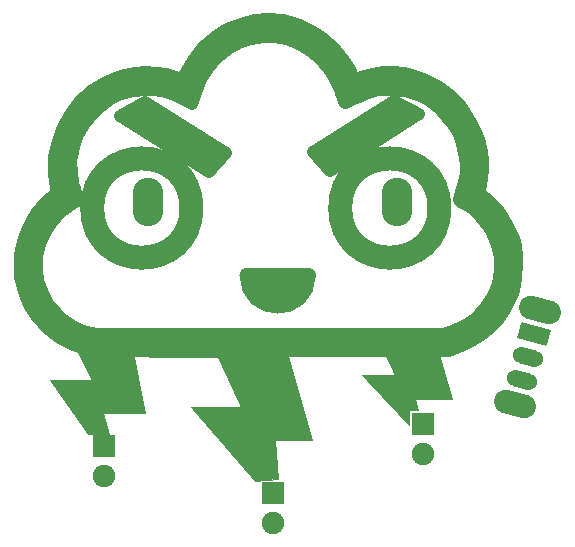
<source format=gbr>
%TF.GenerationSoftware,KiCad,Pcbnew,(6.0.5)*%
%TF.CreationDate,2022-07-23T18:44:09-07:00*%
%TF.ProjectId,StormCloud,53746f72-6d43-46c6-9f75-642e6b696361,rev?*%
%TF.SameCoordinates,Original*%
%TF.FileFunction,Soldermask,Top*%
%TF.FilePolarity,Negative*%
%FSLAX46Y46*%
G04 Gerber Fmt 4.6, Leading zero omitted, Abs format (unit mm)*
G04 Created by KiCad (PCBNEW (6.0.5)) date 2022-07-23 18:44:09*
%MOMM*%
%LPD*%
G01*
G04 APERTURE LIST*
G04 Aperture macros list*
%AMRoundRect*
0 Rectangle with rounded corners*
0 $1 Rounding radius*
0 $2 $3 $4 $5 $6 $7 $8 $9 X,Y pos of 4 corners*
0 Add a 4 corners polygon primitive as box body*
4,1,4,$2,$3,$4,$5,$6,$7,$8,$9,$2,$3,0*
0 Add four circle primitives for the rounded corners*
1,1,$1+$1,$2,$3*
1,1,$1+$1,$4,$5*
1,1,$1+$1,$6,$7*
1,1,$1+$1,$8,$9*
0 Add four rect primitives between the rounded corners*
20,1,$1+$1,$2,$3,$4,$5,0*
20,1,$1+$1,$4,$5,$6,$7,0*
20,1,$1+$1,$6,$7,$8,$9,0*
20,1,$1+$1,$8,$9,$2,$3,0*%
%AMHorizOval*
0 Thick line with rounded ends*
0 $1 width*
0 $2 $3 position (X,Y) of the first rounded end (center of the circle)*
0 $4 $5 position (X,Y) of the second rounded end (center of the circle)*
0 Add line between two ends*
20,1,$1,$2,$3,$4,$5,0*
0 Add two circle primitives to create the rounded ends*
1,1,$1,$2,$3*
1,1,$1,$4,$5*%
G04 Aperture macros list end*
%ADD10C,1.000000*%
%ADD11C,2.000000*%
%ADD12C,1.300000*%
%ADD13C,0.500000*%
%ADD14C,0.100000*%
%ADD15RoundRect,0.050000X-0.900000X0.900000X-0.900000X-0.900000X0.900000X-0.900000X0.900000X0.900000X0*%
%ADD16C,1.900000*%
%ADD17O,2.600000X4.100000*%
%ADD18HorizOval,2.000000X-0.772741X0.207055X0.772741X-0.207055X0*%
%ADD19RoundRect,0.050000X-1.039175X0.951376X-1.375640X-0.304328X1.039175X-0.951376X1.375640X0.304328X0*%
%ADD20HorizOval,1.400000X-0.579555X0.155291X0.579555X-0.155291X0*%
G04 APERTURE END LIST*
D10*
G36*
X107838875Y-89154000D02*
G01*
X106426000Y-90773250D01*
X98821875Y-85979000D01*
X100980875Y-84836000D01*
X107838875Y-89154000D01*
G37*
X107838875Y-89154000D02*
X106426000Y-90773250D01*
X98821875Y-85979000D01*
X100980875Y-84836000D01*
X107838875Y-89154000D01*
G36*
X124206000Y-85852000D02*
G01*
X116601875Y-90646250D01*
X115189000Y-89027000D01*
X122047000Y-84709000D01*
X124206000Y-85852000D01*
G37*
X124206000Y-85852000D02*
X116601875Y-90646250D01*
X115189000Y-89027000D01*
X122047000Y-84709000D01*
X124206000Y-85852000D01*
D11*
X125904955Y-93795045D02*
G75*
G03*
X125904955Y-93795045I-4204955J0D01*
G01*
X104904955Y-93795045D02*
G75*
G03*
X104904955Y-93795045I-4204955J0D01*
G01*
D12*
X109600000Y-99500000D02*
G75*
G03*
X114800000Y-99500000I2600000J0D01*
G01*
X109600000Y-99500000D02*
X114800000Y-99500000D01*
D13*
G36*
X114400000Y-100900000D02*
G01*
X113900000Y-101600000D01*
X113100000Y-102000000D01*
X112300000Y-102200000D01*
X111300000Y-102000000D01*
X110700000Y-101700000D01*
X110000000Y-100900000D01*
X109700000Y-100200000D01*
X109700000Y-99500000D01*
X114900000Y-99500000D01*
X114400000Y-100900000D01*
G37*
X114400000Y-100900000D02*
X113900000Y-101600000D01*
X113100000Y-102000000D01*
X112300000Y-102200000D01*
X111300000Y-102000000D01*
X110700000Y-101700000D01*
X110000000Y-100900000D01*
X109700000Y-100200000D01*
X109700000Y-99500000D01*
X114900000Y-99500000D01*
X114400000Y-100900000D01*
D14*
G36*
X99822000Y-105156000D02*
G01*
X100965000Y-111125000D01*
X97409000Y-111125000D01*
X97917000Y-112903000D01*
X96139000Y-112903000D01*
X92964000Y-108331000D01*
X96520000Y-108331000D01*
X94742000Y-104902000D01*
X99822000Y-105156000D01*
G37*
X99822000Y-105156000D02*
X100965000Y-111125000D01*
X97409000Y-111125000D01*
X97917000Y-112903000D01*
X96139000Y-112903000D01*
X92964000Y-108331000D01*
X96520000Y-108331000D01*
X94742000Y-104902000D01*
X99822000Y-105156000D01*
G36*
X115125500Y-113411000D02*
G01*
X111950500Y-113411000D01*
X112268000Y-116713000D01*
X110267750Y-116903500D01*
X104870250Y-110680500D01*
X109093000Y-110617000D01*
X106553000Y-105156000D01*
X112776000Y-105156000D01*
X115125500Y-113411000D01*
G37*
X115125500Y-113411000D02*
X111950500Y-113411000D01*
X112268000Y-116713000D01*
X110267750Y-116903500D01*
X104870250Y-110680500D01*
X109093000Y-110617000D01*
X106553000Y-105156000D01*
X112776000Y-105156000D01*
X115125500Y-113411000D01*
G36*
X127000000Y-109982000D02*
G01*
X123825000Y-109982000D01*
X124079000Y-110871000D01*
X123317000Y-110871000D01*
X123317000Y-112141000D01*
X119380000Y-107950000D01*
X122174000Y-107950000D01*
X120904000Y-105283000D01*
X125603000Y-105283000D01*
X127000000Y-109982000D01*
G37*
X127000000Y-109982000D02*
X123825000Y-109982000D01*
X124079000Y-110871000D01*
X123317000Y-110871000D01*
X123317000Y-112141000D01*
X119380000Y-107950000D01*
X122174000Y-107950000D01*
X120904000Y-105283000D01*
X125603000Y-105283000D01*
X127000000Y-109982000D01*
%TO.C,G\u002A\u002A\u002A*%
G36*
X90606075Y-96617320D02*
G01*
X91040450Y-95486881D01*
X91404899Y-94824960D01*
X91859050Y-94159262D01*
X92355635Y-93550460D01*
X92847385Y-93059231D01*
X93070389Y-92881174D01*
X93341794Y-92670593D01*
X93467026Y-92505055D01*
X93486454Y-92311342D01*
X93466179Y-92163348D01*
X93353735Y-91464760D01*
X93281327Y-90927202D01*
X93245558Y-90495147D01*
X93243033Y-90113067D01*
X93270354Y-89725436D01*
X93300732Y-89458449D01*
X93570129Y-88131963D01*
X94029280Y-86897272D01*
X94664214Y-85770697D01*
X95460958Y-84768561D01*
X96405541Y-83907183D01*
X97483991Y-83202885D01*
X98682338Y-82671988D01*
X99264304Y-82492029D01*
X100087389Y-82340856D01*
X101012765Y-82287031D01*
X101955484Y-82328620D01*
X102830598Y-82463690D01*
X103271082Y-82583236D01*
X104130469Y-82865602D01*
X104416234Y-82296432D01*
X105096034Y-81168768D01*
X105923486Y-80180606D01*
X106877420Y-79345534D01*
X107936664Y-78677138D01*
X109080047Y-78189003D01*
X110286400Y-77894716D01*
X111412130Y-77806826D01*
X112627775Y-77914365D01*
X113815305Y-78225410D01*
X114948223Y-78722603D01*
X116000035Y-79388587D01*
X116944246Y-80206003D01*
X117754362Y-81157495D01*
X118403886Y-82225704D01*
X118516418Y-82461073D01*
X118700157Y-82863580D01*
X119556361Y-82583269D01*
X120290333Y-82408518D01*
X121144120Y-82308724D01*
X122029786Y-82287324D01*
X122859396Y-82347752D01*
X123339087Y-82435483D01*
X124595291Y-82851555D01*
X125753567Y-83454932D01*
X126793327Y-84229296D01*
X127693981Y-85158328D01*
X128434940Y-86225710D01*
X128667739Y-86658945D01*
X128913184Y-87187745D01*
X129139761Y-87738310D01*
X129312711Y-88223618D01*
X129366660Y-88408566D01*
X129482492Y-89039891D01*
X129546764Y-89785960D01*
X129558151Y-90563900D01*
X129515326Y-91290837D01*
X129421973Y-91863811D01*
X129338987Y-92221469D01*
X129318440Y-92429955D01*
X129369120Y-92554353D01*
X129499815Y-92659746D01*
X129532408Y-92681649D01*
X129930682Y-93002868D01*
X130385773Y-93455556D01*
X130844279Y-93979777D01*
X131252800Y-94515595D01*
X131484956Y-94873138D01*
X131892459Y-95630552D01*
X132173503Y-96332112D01*
X132346731Y-97049470D01*
X132430786Y-97854277D01*
X132446500Y-98568566D01*
X132380738Y-99743081D01*
X132178452Y-100781107D01*
X131822679Y-101731867D01*
X131296459Y-102644580D01*
X130822562Y-103281069D01*
X130131695Y-104034731D01*
X129370949Y-104653849D01*
X128489474Y-105174108D01*
X127517934Y-105600060D01*
X126707348Y-105912479D01*
X111688217Y-105935183D01*
X109561274Y-105938303D01*
X107643685Y-105940814D01*
X105923935Y-105942581D01*
X104390509Y-105943469D01*
X103031892Y-105943344D01*
X101836568Y-105942071D01*
X100793024Y-105939514D01*
X99889743Y-105935538D01*
X99115210Y-105930010D01*
X98457911Y-105922794D01*
X97906331Y-105913756D01*
X97448954Y-105902760D01*
X97074266Y-105889671D01*
X96770751Y-105874355D01*
X96526895Y-105856677D01*
X96331182Y-105836502D01*
X96172097Y-105813695D01*
X96038125Y-105788121D01*
X95917751Y-105759645D01*
X95880807Y-105750053D01*
X94684881Y-105325397D01*
X93603129Y-104721732D01*
X92650411Y-103957330D01*
X91841589Y-103050464D01*
X91191523Y-102019406D01*
X90715076Y-100882430D01*
X90427107Y-99657809D01*
X90354537Y-98955087D01*
X90355092Y-98929157D01*
X91787231Y-98929157D01*
X91948635Y-99976284D01*
X92311596Y-101005716D01*
X92880258Y-101996524D01*
X93073575Y-102259860D01*
X93829153Y-103062012D01*
X94723524Y-103700754D01*
X95734020Y-104163387D01*
X96837970Y-104437207D01*
X97000391Y-104459969D01*
X97149818Y-104465034D01*
X97506799Y-104469735D01*
X98058019Y-104474046D01*
X98790163Y-104477940D01*
X99689915Y-104481390D01*
X100743962Y-104484371D01*
X101938987Y-104486855D01*
X103261675Y-104488815D01*
X104698712Y-104490227D01*
X106236781Y-104491062D01*
X107862569Y-104491294D01*
X109562760Y-104490897D01*
X111324039Y-104489845D01*
X111798652Y-104489453D01*
X126265608Y-104476826D01*
X126983435Y-104230923D01*
X127988980Y-103777721D01*
X128895781Y-103152442D01*
X129670639Y-102383813D01*
X130280357Y-101500559D01*
X130397393Y-101276816D01*
X130819471Y-100187768D01*
X131027407Y-99082365D01*
X131021259Y-97978555D01*
X130801082Y-96894282D01*
X130380462Y-95873191D01*
X130177445Y-95549001D01*
X129883546Y-95159441D01*
X129532935Y-94741223D01*
X129159779Y-94331062D01*
X128798248Y-93965672D01*
X128482509Y-93681766D01*
X128246732Y-93516058D01*
X128161147Y-93488566D01*
X127961108Y-93422979D01*
X127764082Y-93295305D01*
X127526347Y-93102044D01*
X127746642Y-92413735D01*
X127984993Y-91575579D01*
X128115409Y-90860429D01*
X128145598Y-90203118D01*
X128085286Y-89551663D01*
X127834813Y-88403086D01*
X127443209Y-87398273D01*
X126888822Y-86495225D01*
X126150004Y-85651945D01*
X126000839Y-85508050D01*
X125062892Y-84764613D01*
X124044214Y-84225955D01*
X122949833Y-83894099D01*
X121784776Y-83771068D01*
X121682565Y-83770305D01*
X120731551Y-83839207D01*
X119826993Y-84058625D01*
X118892556Y-84447622D01*
X118814079Y-84486711D01*
X118435939Y-84670818D01*
X118131010Y-84807634D01*
X117954914Y-84872486D01*
X117939608Y-84874653D01*
X117859455Y-84777272D01*
X117736885Y-84517964D01*
X117594196Y-84145977D01*
X117545769Y-84004713D01*
X117071281Y-82881426D01*
X116456156Y-81900998D01*
X115720981Y-81068557D01*
X114886340Y-80389231D01*
X113972821Y-79868145D01*
X113001007Y-79510429D01*
X111991487Y-79321209D01*
X110964844Y-79305613D01*
X109941666Y-79468767D01*
X108942537Y-79815800D01*
X107988044Y-80351839D01*
X107098772Y-81082011D01*
X106847449Y-81340049D01*
X106230134Y-82094447D01*
X105750571Y-82894640D01*
X105364987Y-83816912D01*
X105278557Y-84074217D01*
X104987164Y-84977623D01*
X104112855Y-84538029D01*
X103235119Y-84146395D01*
X102429012Y-83902138D01*
X101620923Y-83786235D01*
X101141695Y-83770305D01*
X99994627Y-83867265D01*
X98933446Y-84162024D01*
X97944440Y-84660403D01*
X97013896Y-85368221D01*
X96718375Y-85647696D01*
X95923437Y-86578498D01*
X95325354Y-87588113D01*
X94928833Y-88658731D01*
X94738582Y-89772542D01*
X94759308Y-90911735D01*
X94995718Y-92058501D01*
X95010923Y-92108131D01*
X95137016Y-92522626D01*
X95232990Y-92854348D01*
X95283162Y-93048478D01*
X95286995Y-93073050D01*
X95202239Y-93173224D01*
X94984036Y-93338998D01*
X94819304Y-93446913D01*
X93858439Y-94160671D01*
X93074254Y-94982315D01*
X92470894Y-95890916D01*
X92052507Y-96865543D01*
X91823237Y-97885267D01*
X91787231Y-98929157D01*
X90355092Y-98929157D01*
X90380175Y-97758878D01*
X90606075Y-96617320D01*
G37*
D10*
X90606075Y-96617320D02*
X91040450Y-95486881D01*
X91404899Y-94824960D01*
X91859050Y-94159262D01*
X92355635Y-93550460D01*
X92847385Y-93059231D01*
X93070389Y-92881174D01*
X93341794Y-92670593D01*
X93467026Y-92505055D01*
X93486454Y-92311342D01*
X93466179Y-92163348D01*
X93353735Y-91464760D01*
X93281327Y-90927202D01*
X93245558Y-90495147D01*
X93243033Y-90113067D01*
X93270354Y-89725436D01*
X93300732Y-89458449D01*
X93570129Y-88131963D01*
X94029280Y-86897272D01*
X94664214Y-85770697D01*
X95460958Y-84768561D01*
X96405541Y-83907183D01*
X97483991Y-83202885D01*
X98682338Y-82671988D01*
X99264304Y-82492029D01*
X100087389Y-82340856D01*
X101012765Y-82287031D01*
X101955484Y-82328620D01*
X102830598Y-82463690D01*
X103271082Y-82583236D01*
X104130469Y-82865602D01*
X104416234Y-82296432D01*
X105096034Y-81168768D01*
X105923486Y-80180606D01*
X106877420Y-79345534D01*
X107936664Y-78677138D01*
X109080047Y-78189003D01*
X110286400Y-77894716D01*
X111412130Y-77806826D01*
X112627775Y-77914365D01*
X113815305Y-78225410D01*
X114948223Y-78722603D01*
X116000035Y-79388587D01*
X116944246Y-80206003D01*
X117754362Y-81157495D01*
X118403886Y-82225704D01*
X118516418Y-82461073D01*
X118700157Y-82863580D01*
X119556361Y-82583269D01*
X120290333Y-82408518D01*
X121144120Y-82308724D01*
X122029786Y-82287324D01*
X122859396Y-82347752D01*
X123339087Y-82435483D01*
X124595291Y-82851555D01*
X125753567Y-83454932D01*
X126793327Y-84229296D01*
X127693981Y-85158328D01*
X128434940Y-86225710D01*
X128667739Y-86658945D01*
X128913184Y-87187745D01*
X129139761Y-87738310D01*
X129312711Y-88223618D01*
X129366660Y-88408566D01*
X129482492Y-89039891D01*
X129546764Y-89785960D01*
X129558151Y-90563900D01*
X129515326Y-91290837D01*
X129421973Y-91863811D01*
X129338987Y-92221469D01*
X129318440Y-92429955D01*
X129369120Y-92554353D01*
X129499815Y-92659746D01*
X129532408Y-92681649D01*
X129930682Y-93002868D01*
X130385773Y-93455556D01*
X130844279Y-93979777D01*
X131252800Y-94515595D01*
X131484956Y-94873138D01*
X131892459Y-95630552D01*
X132173503Y-96332112D01*
X132346731Y-97049470D01*
X132430786Y-97854277D01*
X132446500Y-98568566D01*
X132380738Y-99743081D01*
X132178452Y-100781107D01*
X131822679Y-101731867D01*
X131296459Y-102644580D01*
X130822562Y-103281069D01*
X130131695Y-104034731D01*
X129370949Y-104653849D01*
X128489474Y-105174108D01*
X127517934Y-105600060D01*
X126707348Y-105912479D01*
X111688217Y-105935183D01*
X109561274Y-105938303D01*
X107643685Y-105940814D01*
X105923935Y-105942581D01*
X104390509Y-105943469D01*
X103031892Y-105943344D01*
X101836568Y-105942071D01*
X100793024Y-105939514D01*
X99889743Y-105935538D01*
X99115210Y-105930010D01*
X98457911Y-105922794D01*
X97906331Y-105913756D01*
X97448954Y-105902760D01*
X97074266Y-105889671D01*
X96770751Y-105874355D01*
X96526895Y-105856677D01*
X96331182Y-105836502D01*
X96172097Y-105813695D01*
X96038125Y-105788121D01*
X95917751Y-105759645D01*
X95880807Y-105750053D01*
X94684881Y-105325397D01*
X93603129Y-104721732D01*
X92650411Y-103957330D01*
X91841589Y-103050464D01*
X91191523Y-102019406D01*
X90715076Y-100882430D01*
X90427107Y-99657809D01*
X90354537Y-98955087D01*
X90355092Y-98929157D01*
X91787231Y-98929157D01*
X91948635Y-99976284D01*
X92311596Y-101005716D01*
X92880258Y-101996524D01*
X93073575Y-102259860D01*
X93829153Y-103062012D01*
X94723524Y-103700754D01*
X95734020Y-104163387D01*
X96837970Y-104437207D01*
X97000391Y-104459969D01*
X97149818Y-104465034D01*
X97506799Y-104469735D01*
X98058019Y-104474046D01*
X98790163Y-104477940D01*
X99689915Y-104481390D01*
X100743962Y-104484371D01*
X101938987Y-104486855D01*
X103261675Y-104488815D01*
X104698712Y-104490227D01*
X106236781Y-104491062D01*
X107862569Y-104491294D01*
X109562760Y-104490897D01*
X111324039Y-104489845D01*
X111798652Y-104489453D01*
X126265608Y-104476826D01*
X126983435Y-104230923D01*
X127988980Y-103777721D01*
X128895781Y-103152442D01*
X129670639Y-102383813D01*
X130280357Y-101500559D01*
X130397393Y-101276816D01*
X130819471Y-100187768D01*
X131027407Y-99082365D01*
X131021259Y-97978555D01*
X130801082Y-96894282D01*
X130380462Y-95873191D01*
X130177445Y-95549001D01*
X129883546Y-95159441D01*
X129532935Y-94741223D01*
X129159779Y-94331062D01*
X128798248Y-93965672D01*
X128482509Y-93681766D01*
X128246732Y-93516058D01*
X128161147Y-93488566D01*
X127961108Y-93422979D01*
X127764082Y-93295305D01*
X127526347Y-93102044D01*
X127746642Y-92413735D01*
X127984993Y-91575579D01*
X128115409Y-90860429D01*
X128145598Y-90203118D01*
X128085286Y-89551663D01*
X127834813Y-88403086D01*
X127443209Y-87398273D01*
X126888822Y-86495225D01*
X126150004Y-85651945D01*
X126000839Y-85508050D01*
X125062892Y-84764613D01*
X124044214Y-84225955D01*
X122949833Y-83894099D01*
X121784776Y-83771068D01*
X121682565Y-83770305D01*
X120731551Y-83839207D01*
X119826993Y-84058625D01*
X118892556Y-84447622D01*
X118814079Y-84486711D01*
X118435939Y-84670818D01*
X118131010Y-84807634D01*
X117954914Y-84872486D01*
X117939608Y-84874653D01*
X117859455Y-84777272D01*
X117736885Y-84517964D01*
X117594196Y-84145977D01*
X117545769Y-84004713D01*
X117071281Y-82881426D01*
X116456156Y-81900998D01*
X115720981Y-81068557D01*
X114886340Y-80389231D01*
X113972821Y-79868145D01*
X113001007Y-79510429D01*
X111991487Y-79321209D01*
X110964844Y-79305613D01*
X109941666Y-79468767D01*
X108942537Y-79815800D01*
X107988044Y-80351839D01*
X107098772Y-81082011D01*
X106847449Y-81340049D01*
X106230134Y-82094447D01*
X105750571Y-82894640D01*
X105364987Y-83816912D01*
X105278557Y-84074217D01*
X104987164Y-84977623D01*
X104112855Y-84538029D01*
X103235119Y-84146395D01*
X102429012Y-83902138D01*
X101620923Y-83786235D01*
X101141695Y-83770305D01*
X99994627Y-83867265D01*
X98933446Y-84162024D01*
X97944440Y-84660403D01*
X97013896Y-85368221D01*
X96718375Y-85647696D01*
X95923437Y-86578498D01*
X95325354Y-87588113D01*
X94928833Y-88658731D01*
X94738582Y-89772542D01*
X94759308Y-90911735D01*
X94995718Y-92058501D01*
X95010923Y-92108131D01*
X95137016Y-92522626D01*
X95232990Y-92854348D01*
X95283162Y-93048478D01*
X95286995Y-93073050D01*
X95202239Y-93173224D01*
X94984036Y-93338998D01*
X94819304Y-93446913D01*
X93858439Y-94160671D01*
X93074254Y-94982315D01*
X92470894Y-95890916D01*
X92052507Y-96865543D01*
X91823237Y-97885267D01*
X91787231Y-98929157D01*
X90355092Y-98929157D01*
X90380175Y-97758878D01*
X90606075Y-96617320D01*
%TD*%
D15*
%TO.C,D1*%
X97500000Y-113900000D03*
D16*
X97500000Y-116440000D03*
%TD*%
D15*
%TO.C,D2*%
X111800000Y-117900000D03*
D16*
X111800000Y-120440000D03*
%TD*%
D15*
%TO.C,D3*%
X124500000Y-112100000D03*
D16*
X124500000Y-114640000D03*
%TD*%
D17*
%TO.C,BT1*%
X122300000Y-93300000D03*
X101218000Y-93300000D03*
%TD*%
D18*
%TO.C,SW1*%
X132334000Y-110363000D03*
X134456316Y-102442408D03*
D19*
X133912796Y-104470852D03*
D20*
X133395158Y-106402704D03*
X132877520Y-108334555D03*
%TD*%
M02*

</source>
